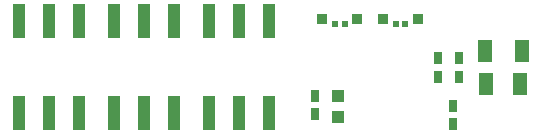
<source format=gtp>
G04*
G04 #@! TF.GenerationSoftware,Altium Limited,Altium Designer,23.10.1 (27)*
G04*
G04 Layer_Color=8421504*
%FSLAX25Y25*%
%MOIN*%
G70*
G04*
G04 #@! TF.SameCoordinates,D0F96BE9-EE4C-402D-8CE8-E6F0CD5897FE*
G04*
G04*
G04 #@! TF.FilePolarity,Positive*
G04*
G01*
G75*
%ADD15R,0.03937X0.11811*%
%ADD16R,0.04724X0.07284*%
%ADD17R,0.03740X0.03543*%
%ADD18R,0.01968X0.02362*%
%ADD19R,0.03937X0.04331*%
%ADD20R,0.05118X0.07284*%
%ADD21R,0.03000X0.04000*%
D15*
X44500Y72854D02*
D03*
X34500D02*
D03*
X24500D02*
D03*
Y42146D02*
D03*
X34500D02*
D03*
X44500D02*
D03*
X108000Y72854D02*
D03*
X98000D02*
D03*
X88000D02*
D03*
Y42146D02*
D03*
X98000D02*
D03*
X108000D02*
D03*
X76250Y72854D02*
D03*
X66250D02*
D03*
X56250D02*
D03*
Y42146D02*
D03*
X66250D02*
D03*
X76250D02*
D03*
D16*
X192202Y62900D02*
D03*
X179998D02*
D03*
D17*
X125673Y73465D02*
D03*
X137327D02*
D03*
X157577D02*
D03*
X145923D02*
D03*
D18*
X129866Y71766D02*
D03*
X133134D02*
D03*
X153384D02*
D03*
X150116D02*
D03*
D19*
X131000Y47693D02*
D03*
Y41000D02*
D03*
D20*
X191509Y52000D02*
D03*
X180091D02*
D03*
D21*
X123100Y41800D02*
D03*
Y47898D02*
D03*
X164100Y60498D02*
D03*
Y54302D02*
D03*
X171100Y60497D02*
D03*
Y54300D02*
D03*
X169300Y38402D02*
D03*
Y44598D02*
D03*
M02*

</source>
